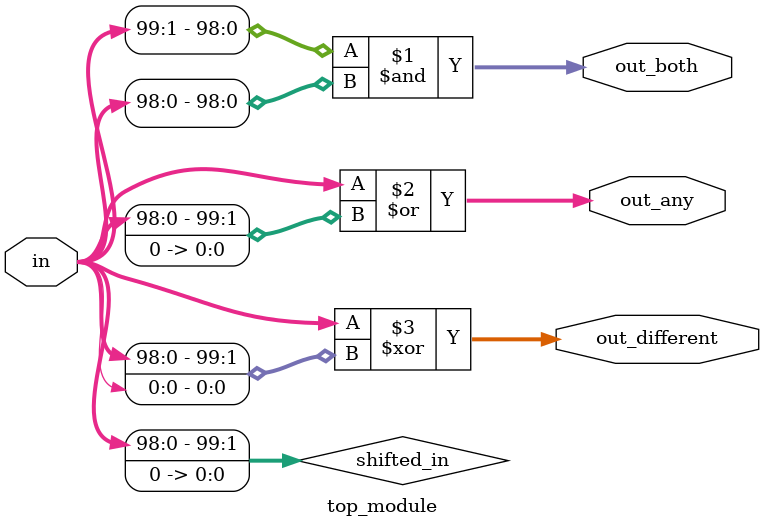
<source format=sv>
module top_module (
    input [99:0] in,
    output [98:0] out_both,
    output [99:0] out_any,
    output [99:0] out_different
);

    wire [99:0] shifted_in = {in[98:0], 1'b0};

    assign out_both = in[99:1] & in[98:0];
    assign out_any = in | shifted_in;
    assign out_different = in ^ {shifted_in[99:1], in[0]};

endmodule

</source>
